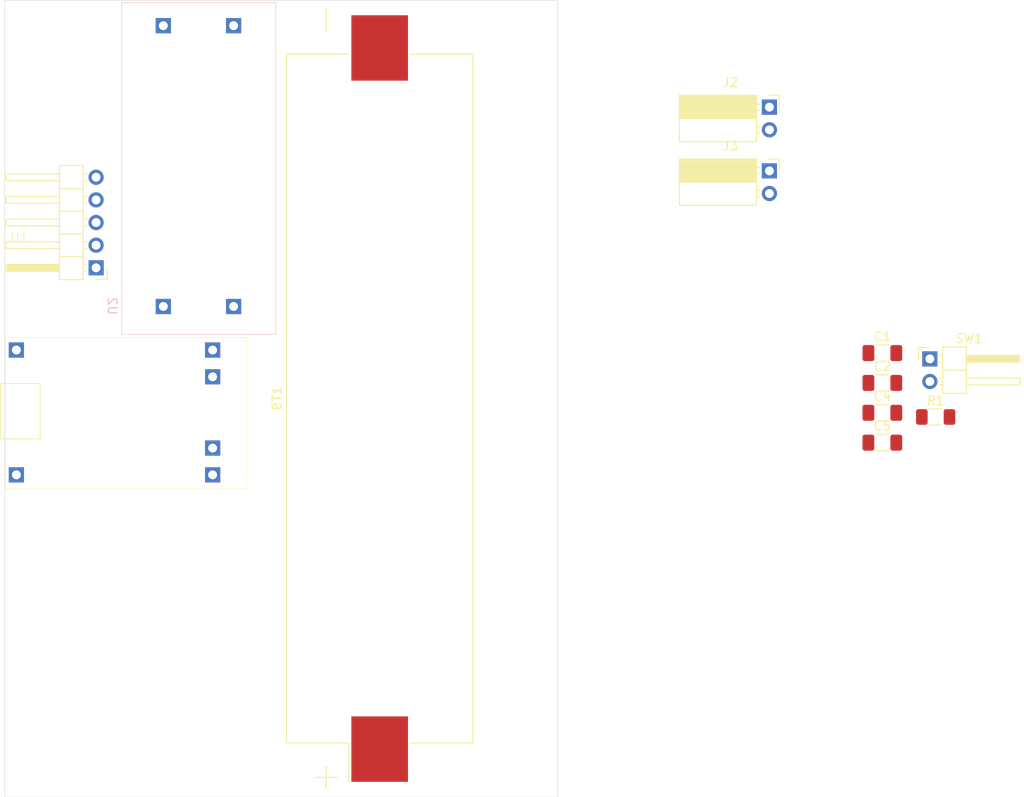
<source format=kicad_pcb>
(kicad_pcb (version 20240108) (generator "pcbnew") (generator_version "8.0")
  (layers (0 "F.Cu" signal) (31 "B.Cu" signal) (34 "B.Paste" user) (35 "F.Paste" user) (36 "B.SilkS" user "B.Silkscreen") (37 "F.SilkS" user "F.Silkscreen") (38 "B.Mask" user) (39 "F.Mask" user) (44 "Edge.Cuts" user))
  (net 0 "")
  (net 1 "GND")
  (net 2 "+BATT")
  (net 3 "+5V")
  (net 4 "+3.3V")
  (net 5 "VBUS")
  (net 6 "Net-(SW1-B)")
  (net 7 "Net-(SW1-A)")
  (footprint "Capacitor_SMD:C_1206_3216Metric_Pad1.33x1.80mm_HandSolder" (layer "F.Cu") (at 143.4375 102.38)
    (property "Reference" "C4" (at 0 -1.85 0) (layer "F.SilkS"))
    (property "Value" "100n")
    (fp_line (start -0.711252 -0.91) (end 0.711252 -0.91) (stroke (width 0.12)) (layer "F.SilkS"))
    (fp_line (start -0.711252 0.91) (end 0.711252 0.91) (stroke (width 0.12)) (layer "F.SilkS"))
    (pad "1" smd roundrect (at -1.5625 0) (size 1.325 1.8) (layers "F.Cu" "F.Paste" "F.Mask") (roundrect_rratio 0.188679) (net 4 "+3.3V"))
    (pad "2" smd roundrect (at 1.5625 0) (size 1.325 1.8) (layers "F.Cu" "F.Paste" "F.Mask") (roundrect_rratio 0.188679) (net 1 "GND"))
  )
  (footprint "MountingHole:MountingHole_3.2mm_M3" (layer "F.Cu") (at 50.125 135.965)
    (property "Reference" "H3" (hide yes))
    (property "Value" "MountingHole" (hide yes))
    (pad "" np_thru_hole circle (at 0 0) (size 3.2 3.2) (drill 3.2) (layers "F&B.Cu" "*.Mask"))
  )
  (footprint "MountingHole:MountingHole_3.2mm_M3" (layer "F.Cu") (at 102.125 64.965)
    (property "Reference" "H2" (hide yes))
    (property "Value" "MountingHole" (hide yes))
    (pad "" np_thru_hole circle (at 0 0) (size 3.2 3.2) (drill 3.2) (layers "F&B.Cu" "*.Mask"))
  )
  (footprint "MountingHole:MountingHole_3.2mm_M3" (layer "F.Cu") (at 50.125 64.965)
    (property "Reference" "H1" (hide yes))
    (property "Value" "MountingHole" (hide yes))
    (pad "" np_thru_hole circle (at 0 0) (size 3.2 3.2) (drill 3.2) (layers "F&B.Cu" "*.Mask"))
  )
  (footprint "Battery:BatteryHolder_Keystone_1042_1x18650" (layer "F.Cu") (at 87.08 100.78 90)
    (property "Reference" "BT1" (at 0 -11.5 270) (layer "F.SilkS"))
    (property "Value" "Battery_Cell")
    (fp_line (start 38.64 -10.44) (end -38.64 -10.44) (stroke (width 0.12)) (layer "F.SilkS"))
    (fp_line (start -38.64 -10.44) (end -38.64 -3.44) (stroke (width 0.12)) (layer "F.SilkS"))
    (fp_line (start 43.75 -6) (end 41.25 -6) (stroke (width 0.12)) (layer "F.SilkS"))
    (fp_line (start -43.75 -6) (end -41.25 -6) (stroke (width 0.12)) (layer "F.SilkS"))
    (fp_line (start -42.5 -4.75) (end -42.5 -7.25) (stroke (width 0.12)) (layer "F.SilkS"))
    (fp_line (start 38.64 -3.44) (end 38.64 -10.42) (stroke (width 0.12)) (layer "F.SilkS"))
    (fp_line (start -38.64 -3.44) (end -43 -3.44) (stroke (width 0.12)) (layer "F.SilkS"))
    (fp_line (start 38.64 3.44) (end 38.64 10.44) (stroke (width 0.12)) (layer "F.SilkS"))
    (fp_line (start 38.64 10.44) (end -38.64 10.44) (stroke (width 0.12)) (layer "F.SilkS"))
    (fp_line (start -38.64 10.44) (end -38.64 3.44) (stroke (width 0.12)) (layer "F.SilkS"))
    (pad "" np_thru_hole circle (at -35.93 -8 90) (size 2.39 2.39) (drill 2.39) (layers "*.Cu" "*.Mask"))
    (pad "" np_thru_hole circle (at -27.6 8 90) (size 3.45 3.45) (drill 3.45) (layers "*.Cu" "*.Mask"))
    (pad "" np_thru_hole circle (at 27.6 -8 90) (size 3.45 3.45) (drill 3.45) (layers "*.Cu" "*.Mask"))
    (pad "1" smd rect (at -39.33 0 90) (size 7.34 6.35) (layers "F.Cu" "F.Paste" "F.Mask") (net 2 "+BATT"))
    (pad "2" smd rect (at 39.33 0 90) (size 7.34 6.35) (layers "F.Cu" "F.Paste" "F.Mask") (net 1 "GND"))
  )
  (footprint "Capacitor_SMD:C_1206_3216Metric_Pad1.33x1.80mm_HandSolder" (layer "F.Cu") (at 143.4375 105.73)
    (property "Reference" "C5" (at 0 -1.85 0) (layer "F.SilkS"))
    (property "Value" "22u")
    (fp_line (start -0.711252 -0.91) (end 0.711252 -0.91) (stroke (width 0.12)) (layer "F.SilkS"))
    (fp_line (start -0.711252 0.91) (end 0.711252 0.91) (stroke (width 0.12)) (layer "F.SilkS"))
    (pad "1" smd roundrect (at -1.5625 0) (size 1.325 1.8) (layers "F.Cu" "F.Paste" "F.Mask") (roundrect_rratio 0.188679) (net 4 "+3.3V"))
    (pad "2" smd roundrect (at 1.5625 0) (size 1.325 1.8) (layers "F.Cu" "F.Paste" "F.Mask") (roundrect_rratio 0.188679) (net 1 "GND"))
  )
  (footprint "MountingHole:MountingHole_3.2mm_M3" (layer "F.Cu") (at 102.125 135.965)
    (property "Reference" "H4" (hide yes))
    (property "Value" "MountingHole" (hide yes))
    (pad "" np_thru_hole circle (at 0 0) (size 3.2 3.2) (drill 3.2) (layers "F&B.Cu" "*.Mask"))
  )
  (footprint "Capacitor_SMD:C_1206_3216Metric_Pad1.33x1.80mm_HandSolder" (layer "F.Cu") (at 143.4375 99.03)
    (property "Reference" "C2" (at 0 -1.85 0) (layer "F.SilkS"))
    (property "Value" "22u")
    (fp_line (start -0.711252 -0.91) (end 0.711252 -0.91) (stroke (width 0.12)) (layer "F.SilkS"))
    (fp_line (start -0.711252 0.91) (end 0.711252 0.91) (stroke (width 0.12)) (layer "F.SilkS"))
    (pad "1" smd roundrect (at -1.5625 0) (size 1.325 1.8) (layers "F.Cu" "F.Paste" "F.Mask") (roundrect_rratio 0.188679) (net 3 "+5V"))
    (pad "2" smd roundrect (at 1.5625 0) (size 1.325 1.8) (layers "F.Cu" "F.Paste" "F.Mask") (roundrect_rratio 0.188679) (net 1 "GND"))
  )
  (footprint "Connector_PinSocket_2.54mm:PinSocket_1x02_P2.54mm_Horizontal" (layer "F.Cu") (at 130.78 68.09)
    (property "Reference" "J2" (at -4.38 -2.77 0) (layer "F.SilkS"))
    (property "Value" "EXT_USB")
    (fp_line (start -10.09 -1.33) (end -10.09 3.87) (stroke (width 0.12)) (layer "F.SilkS"))
    (fp_line (start -10.09 -1.33) (end -1.46 -1.33) (stroke (width 0.12)) (layer "F.SilkS"))
    (fp_line (start -10.09 -1.21) (end -1.46 -1.21) (stroke (width 0.12)) (layer "F.SilkS"))
    (fp_line (start -10.09 -1.091905) (end -1.46 -1.091905) (stroke (width 0.12)) (layer "F.SilkS"))
    (fp_line (start -10.09 -0.97381) (end -1.46 -0.97381) (stroke (width 0.12)) (layer "F.SilkS"))
    (fp_line (start -10.09 -0.855715) (end -1.46 -0.855715) (stroke (width 0.12)) (layer "F.SilkS"))
    (fp_line (start -10.09 -0.73762) (end -1.46 -0.73762) (stroke (width 0.12)) (layer "F.SilkS"))
    (fp_line (start -10.09 -0.619525) (end -1.46 -0.619525) (stroke (width 0.12)) (layer "F.SilkS"))
    (fp_line (start -10.09 -0.50143) (end -1.46 -0.50143) (stroke (width 0.12)) (layer "F.SilkS"))
    (fp_line (start -10.09 -0.383335) (end -1.46 -0.383335) (stroke (width 0.12)) (layer "F.SilkS"))
    (fp_line (start -10.09 -0.26524) (end -1.46 -0.26524) (stroke (width 0.12)) (layer "F.SilkS"))
    (fp_line (start -10.09 -0.147145) (end -1.46 -0.147145) (stroke (width 0.12)) (layer "F.SilkS"))
    (fp_line (start -10.09 -0.02905) (end -1.46 -0.02905) (stroke (width 0.12)) (layer "F.SilkS"))
    (fp_line (start -10.09 0.089045) (end -1.46 0.089045) (stroke (width 0.12)) (layer "F.SilkS"))
    (fp_line (start -10.09 0.20714) (end -1.46 0.20714) (stroke (width 0.12)) (layer "F.SilkS"))
    (fp_line (start -10.09 0.325235) (end -1.46 0.325235) (stroke (width 0.12)) (layer "F.SilkS"))
    (fp_line (start -10.09 0.44333) (end -1.46 0.44333) (stroke (width 0.12)) (layer "F.SilkS"))
    (fp_line (start -10.09 0.561425) (end -1.46 0.561425) (stroke (width 0.12)) (layer "F.SilkS"))
    (fp_line (start -10.09 0.67952) (end -1.46 0.67952) (stroke (width 0.12)) (layer "F.SilkS"))
    (fp_line (start -10.09 0.797615) (end -1.46 0.797615) (stroke (width 0.12)) (layer "F.SilkS"))
    (fp_line (start -10.09 0.91571) (end -1.46 0.91571) (stroke (width 0.12)) (layer "F.SilkS"))
    (fp_line (start -10.09 1.033805) (end -1.46 1.033805) (stroke (width 0.12)) (layer "F.SilkS"))
    (fp_line (start -10.09 1.1519) (end -1.46 1.1519) (stroke (width 0.12)) (layer "F.SilkS"))
    (fp_line (start -10.09 1.27) (end -1.46 1.27) (stroke (width 0.12)) (layer "F.SilkS"))
    (fp_line (start -10.09 3.87) (end -1.46 3.87) (stroke (width 0.12)) (layer "F.SilkS"))
    (fp_line (start -1.46 -1.33) (end -1.46 3.87) (stroke (width 0.12)) (layer "F.SilkS"))
    (fp_line (start -1.46 -0.36) (end -1.11 -0.36) (stroke (width 0.12)) (layer "F.SilkS"))
    (fp_line (start -1.46 0.36) (end -1.11 0.36) (stroke (width 0.12)) (layer "F.SilkS"))
    (fp_line (start -1.46 2.18) (end -1.05 2.18) (stroke (width 0.12)) (layer "F.SilkS"))
    (fp_line (start -1.46 2.9) (end -1.05 2.9) (stroke (width 0.12)) (layer "F.SilkS"))
    (fp_line (start 0 -1.33) (end 1.11 -1.33) (stroke (width 0.12)) (layer "F.SilkS"))
    (fp_line (start 1.11 -1.33) (end 1.11 0) (stroke (width 0.12)) (layer "F.SilkS"))
    (pad "1" thru_hole rect (at 0 0) (size 1.7 1.7) (drill 1) (layers "*.Cu" "*.Mask") (net 1 "GND"))
    (pad "2" thru_hole oval (at 0 2.54) (size 1.7 1.7) (drill 1) (layers "*.Cu" "*.Mask") (net 5 "VBUS"))
  )
  (footprint "Connector_PinHeader_2.54mm:PinHeader_1x02_P2.54mm_Horizontal" (layer "F.Cu") (at 148.7675 96.33)
    (property "Reference" "SW1" (at 4.385 -2.27 0) (layer "F.SilkS"))
    (property "Value" "SW_SPST")
    (fp_line (start -1.27 -1.27) (end 0 -1.27) (stroke (width 0.12)) (layer "F.SilkS"))
    (fp_line (start -1.27 0) (end -1.27 -1.27) (stroke (width 0.12)) (layer "F.SilkS"))
    (fp_line (start 1.042929 2.16) (end 1.44 2.16) (stroke (width 0.12)) (layer "F.SilkS"))
    (fp_line (start 1.042929 2.92) (end 1.44 2.92) (stroke (width 0.12)) (layer "F.SilkS"))
    (fp_line (start 1.11 -0.38) (end 1.44 -0.38) (stroke (width 0.12)) (layer "F.SilkS"))
    (fp_line (start 1.11 0.38) (end 1.44 0.38) (stroke (width 0.12)) (layer "F.SilkS"))
    (fp_line (start 1.44 -1.33) (end 1.44 3.87) (stroke (width 0.12)) (layer "F.SilkS"))
    (fp_line (start 1.44 1.27) (end 4.1 1.27) (stroke (width 0.12)) (layer "F.SilkS"))
    (fp_line (start 1.44 3.87) (end 4.1 3.87) (stroke (width 0.12)) (layer "F.SilkS"))
    (fp_line (start 4.1 -1.33) (end 1.44 -1.33) (stroke (width 0.12)) (layer "F.SilkS"))
    (fp_line (start 4.1 -0.38) (end 10.1 -0.38) (stroke (width 0.12)) (layer "F.SilkS"))
    (fp_line (start 4.1 -0.32) (end 10.1 -0.32) (stroke (width 0.12)) (layer "F.SilkS"))
    (fp_line (start 4.1 -0.2) (end 10.1 -0.2) (stroke (width 0.12)) (layer "F.SilkS"))
    (fp_line (start 4.1 -0.08) (end 10.1 -0.08) (stroke (width 0.12)) (layer "F.SilkS"))
    (fp_line (start 4.1 0.04) (end 10.1 0.04) (stroke (width 0.12)) (layer "F.SilkS"))
    (fp_line (start 4.1 0.16) (end 10.1 0.16) (stroke (width 0.12)) (layer "F.SilkS"))
    (fp_line (start 4.1 0.28) (end 10.1 0.28) (stroke (width 0.12)) (layer "F.SilkS"))
    (fp_line (start 4.1 2.16) (end 10.1 2.16) (stroke (width 0.12)) (layer "F.SilkS"))
    (fp_line (start 4.1 3.87) (end 4.1 -1.33) (stroke (width 0.12)) (layer "F.SilkS"))
    (fp_line (start 10.1 -0.38) (end 10.1 0.38) (stroke (width 0.12)) (layer "F.SilkS"))
    (fp_line (start 10.1 0.38) (end 4.1 0.38) (stroke (width 0.12)) (layer "F.SilkS"))
    (fp_line (start 10.1 2.16) (end 10.1 2.92) (stroke (width 0.12)) (layer "F.SilkS"))
    (fp_line (start 10.1 2.92) (end 4.1 2.92) (stroke (width 0.12)) (layer "F.SilkS"))
    (pad "1" thru_hole rect (at 0 0) (size 1.7 1.7) (drill 1) (layers "*.Cu" "*.Mask") (net 7 "Net-(SW1-A)"))
    (pad "2" thru_hole oval (at 0 2.54) (size 1.7 1.7) (drill 1) (layers "*.Cu" "*.Mask") (net 6 "Net-(SW1-B)"))
  )
  (footprint "Connector_PinHeader_2.54mm:PinHeader_1x05_P2.54mm_Horizontal" (layer "F.Cu") (at 55.285 86.115 180)
    (property "Reference" "J1" (hide yes))
    (property "Value" "POWER IN")
    (fp_line (start 10.1 10.54) (end 4.1 10.54) (stroke (width 0.12)) (layer "F.SilkS"))
    (fp_line (start 10.1 9.78) (end 10.1 10.54) (stroke (width 0.12)) (layer "F.SilkS"))
    (fp_line (start 10.1 8) (end 4.1 8) (stroke (width 0.12)) (layer "F.SilkS"))
    (fp_line (start 10.1 7.24) (end 10.1 8) (stroke (width 0.12)) (layer "F.SilkS"))
    (fp_line (start 10.1 5.46) (end 4.1 5.46) (stroke (width 0.12)) (layer "F.SilkS"))
    (fp_line (start 10.1 4.7) (end 10.1 5.46) (stroke (width 0.12)) (layer "F.SilkS"))
    (fp_line (start 10.1 2.92) (end 4.1 2.92) (stroke (width 0.12)) (layer "F.SilkS"))
    (fp_line (start 10.1 2.16) (end 10.1 2.92) (stroke (width 0.12)) (layer "F.SilkS"))
    (fp_line (start 10.1 0.38) (end 4.1 0.38) (stroke (width 0.12)) (layer "F.SilkS"))
    (fp_line (start 10.1 -0.38) (end 10.1 0.38) (stroke (width 0.12)) (layer "F.SilkS"))
    (fp_line (start 4.1 11.49) (end 4.1 -1.33) (stroke (width 0.12)) (layer "F.SilkS"))
    (fp_line (start 4.1 9.78) (end 10.1 9.78) (stroke (width 0.12)) (layer "F.SilkS"))
    (fp_line (start 4.1 7.24) (end 10.1 7.24) (stroke (width 0.12)) (layer "F.SilkS"))
    (fp_line (start 4.1 4.7) (end 10.1 4.7) (stroke (width 0.12)) (layer "F.SilkS"))
    (fp_line (start 4.1 2.16) (end 10.1 2.16) (stroke (width 0.12)) (layer "F.SilkS"))
    (fp_line (start 4.1 0.28) (end 10.1 0.28) (stroke (width 0.12)) (layer "F.SilkS"))
    (fp_line (start 4.1 0.16) (end 10.1 0.16) (stroke (width 0.12)) (layer "F.SilkS"))
    (fp_line (start 4.1 0.04) (end 10.1 0.04) (stroke (width 0.12)) (layer "F.SilkS"))
    (fp_line (start 4.1 -0.08) (end 10.1 -0.08) (stroke (width 0.12)) (layer "F.SilkS"))
    (fp_line (start 4.1 -0.2) (end 10.1 -0.2) (stroke (width 0.12)) (layer "F.SilkS"))
    (fp_line (start 4.1 -0.32) (end 10.1 -0.32) (stroke (width 0.12)) (layer "F.SilkS"))
    (fp_line (start 4.1 -0.38) (end 10.1 -0.38) (stroke (width 0.12)) (layer "F.SilkS"))
    (fp_line (start 4.1 -1.33) (end 1.44 -1.33) (stroke (width 0.12)) (layer "F.SilkS"))
    (fp_line (start 1.44 11.49) (end 4.1 11.49) (stroke (width 0.12)) (layer "F.SilkS"))
    (fp_line (start 1.44 8.89) (end 4.1 8.89) (stroke (width 0.12)) (layer "F.SilkS"))
    (fp_line (start 1.44 6.35) (end 4.1 6.35) (stroke (width 0.12)) (layer "F.SilkS"))
    (fp_line (start 1.44 3.81) (end 4.1 3.81) (stroke (width 0.12)) (layer "F.SilkS"))
    (fp_line (start 1.44 1.27) (end 4.1 1.27) (stroke (width 0.12)) (layer "F.SilkS"))
    (fp_line (start 1.44 -1.33) (end 1.44 11.49) (stroke (width 0.12)) (layer "F.SilkS"))
    (fp_line (start 1.11 0.38) (end 1.44 0.38) (stroke (width 0.12)) (layer "F.SilkS"))
    (fp_line (start 1.11 -0.38) (end 1.44 -0.38) (stroke (width 0.12)) (layer "F.SilkS"))
    (fp_line (start 1.042929 10.54) (end 1.44 10.54) (stroke (width 0.12)) (layer "F.SilkS"))
    (fp_line (start 1.042929 9.78) (end 1.44 9.78) (stroke (width 0.12)) (layer "F.SilkS"))
    (fp_line (start 1.042929 8) (end 1.44 8) (stroke (width 0.12)) (layer "F.SilkS"))
    (fp_line (start 1.042929 7.24) (end 1.44 7.24) (stroke (width 0.12)) (layer "F.SilkS"))
    (fp_line (start 1.042929 5.46) (end 1.44 5.46) (stroke (width 0.12)) (layer "F.SilkS"))
    (fp_line (start 1.042929 4.7) (end 1.44 4.7) (stroke (width 0.12)) (layer "F.SilkS"))
    (fp_line (start 1.042929 2.92) (end 1.44 2.92) (stroke (width 0.12)) (layer "F.SilkS"))
    (fp_line (start 1.042929 2.16) (end 1.44 2.16) (stroke (width 0.12)) (layer "F.SilkS"))
    (fp_line (start -1.27 0) (end -1.27 -1.27) (stroke (width 0.12)) (layer "F.SilkS"))
    (fp_line (start -1.27 -1.27) (end 0 -1.27) (stroke (width 0.12)) (layer "F.SilkS"))
    (pad "1" thru_hole rect (at 0 0 180) (size 1.7 1.7) (drill 1) (layers "*.Cu" "*.Mask") (net 5 "VBUS"))
    (pad "2" thru_hole oval (at 0 2.54 180) (size 1.7 1.7) (drill 1) (layers "*.Cu" "*.Mask") (net 4 "+3.3V"))
    (pad "3" thru_hole oval (at 0 5.08 180) (size 1.7 1.7) (drill 1) (layers "*.Cu" "*.Mask") (net 3 "+5V"))
    (pad "4" thru_hole oval (at 0 7.62 180) (size 1.7 1.7) (drill 1) (layers "*.Cu" "*.Mask") (net 1 "GND"))
    (pad "5" thru_hole oval (at 0 10.16 180) (size 1.7 1.7) (drill 1) (layers "*.Cu" "*.Mask") (net 2 "+BATT"))
  )
  (footprint "Connector_PinSocket_2.54mm:PinSocket_1x02_P2.54mm_Horizontal" (layer "F.Cu") (at 130.78 75.24)
    (property "Reference" "J3" (at -4.38 -2.77 0) (layer "F.SilkS"))
    (property "Value" "EXT_BAT")
    (fp_line (start -10.09 -1.33) (end -10.09 3.87) (stroke (width 0.12)) (layer "F.SilkS"))
    (fp_line (start -10.09 -1.33) (end -1.46 -1.33) (stroke (width 0.12)) (layer "F.SilkS"))
    (fp_line (start -10.09 -1.21) (end -1.46 -1.21) (stroke (width 0.12)) (layer "F.SilkS"))
    (fp_line (start -10.09 -1.091905) (end -1.46 -1.091905) (stroke (width 0.12)) (layer "F.SilkS"))
    (fp_line (start -10.09 -0.97381) (end -1.46 -0.97381) (stroke (width 0.12)) (layer "F.SilkS"))
    (fp_line (start -10.09 -0.855715) (end -1.46 -0.855715) (stroke (width 0.12)) (layer "F.SilkS"))
    (fp_line (start -10.09 -0.73762) (end -1.46 -0.73762) (stroke (width 0.12)) (layer "F.SilkS"))
    (fp_line (start -10.09 -0.619525) (end -1.46 -0.619525) (stroke (width 0.12)) (layer "F.SilkS"))
    (fp_line (start -10.09 -0.50143) (end -1.46 -0.50143) (stroke (width 0.12)) (layer "F.SilkS"))
    (fp_line (start -10.09 -0.383335) (end -1.46 -0.383335) (stroke (width 0.12)) (layer "F.SilkS"))
    (fp_line (start -10.09 -0.26524) (end -1.46 -0.26524) (stroke (width 0.12)) (layer "F.SilkS"))
    (fp_line (start -10.09 -0.147145) (end -1.46 -0.147145) (stroke (width 0.12)) (layer "F.SilkS"))
    (fp_line (start -10.09 -0.02905) (end -1.46 -0.02905) (stroke (width 0.12)) (layer "F.SilkS"))
    (fp_line (start -10.09 0.089045) (end -1.46 0.089045) (stroke (width 0.12)) (layer "F.SilkS"))
    (fp_line (start -10.09 0.20714) (end -1.46 0.20714) (stroke (width 0.12)) (layer "F.SilkS"))
    (fp_line (start -10.09 0.325235) (end -1.46 0.325235) (stroke (width 0.12)) (layer "F.SilkS"))
    (fp_line (start -10.09 0.44333) (end -1.46 0.44333) (stroke (width 0.12)) (layer "F.SilkS"))
    (fp_line (start -10.09 0.561425) (end -1.46 0.561425) (stroke (width 0.12)) (layer "F.SilkS"))
    (fp_line (start -10.09 0.67952) (end -1.46 0.67952) (stroke (width 0.12)) (layer "F.SilkS"))
    (fp_line (start -10.09 0.797615) (end -1.46 0.797615) (stroke (width 0.12)) (layer "F.SilkS"))
    (fp_line (start -10.09 0.91571) (end -1.46 0.91571) (stroke (width 0.12)) (layer "F.SilkS"))
    (fp_line (start -10.09 1.033805) (end -1.46 1.033805) (stroke (width 0.12)) (layer "F.SilkS"))
    (fp_line (start -10.09 1.1519) (end -1.46 1.1519) (stroke (width 0.12)) (layer "F.SilkS"))
    (fp_line (start -10.09 1.27) (end -1.46 1.27) (stroke (width 0.12)) (layer "F.SilkS"))
    (fp_line (start -10.09 3.87) (end -1.46 3.87) (stroke (width 0.12)) (layer "F.SilkS"))
    (fp_line (start -1.46 -1.33) (end -1.46 3.87) (stroke (width 0.12)) (layer "F.SilkS"))
    (fp_line (start -1.46 -0.36) (end -1.11 -0.36) (stroke (width 0.12)) (layer "F.SilkS"))
    (fp_line (start -1.46 0.36) (end -1.11 0.36) (stroke (width 0.12)) (layer "F.SilkS"))
    (fp_line (start -1.46 2.18) (end -1.05 2.18) (stroke (width 0.12)) (layer "F.SilkS"))
    (fp_line (start -1.46 2.9) (end -1.05 2.9) (stroke (width 0.12)) (layer "F.SilkS"))
    (fp_line (start 0 -1.33) (end 1.11 -1.33) (stroke (width 0.12)) (layer "F.SilkS"))
    (fp_line (start 1.11 -1.33) (end 1.11 0) (stroke (width 0.12)) (layer "F.SilkS"))
    (pad "1" thru_hole rect (at 0 0) (size 1.7 1.7) (drill 1) (layers "*.Cu" "*.Mask") (net 1 "GND"))
    (pad "2" thru_hole oval (at 0 2.54) (size 1.7 1.7) (drill 1) (layers "*.Cu" "*.Mask") (net 2 "+BATT"))
  )
  (footprint "Capacitor_SMD:C_1206_3216Metric_Pad1.33x1.80mm_HandSolder" (layer "F.Cu") (at 143.4375 95.68)
    (property "Reference" "C1" (at 0 -1.85 0) (layer "F.SilkS"))
    (property "Value" "100n")
    (fp_line (start -0.711252 -0.91) (end 0.711252 -0.91) (stroke (width 0.12)) (layer "F.SilkS"))
    (fp_line (start -0.711252 0.91) (end 0.711252 0.91) (stroke (width 0.12)) (layer "F.SilkS"))
    (pad "1" smd roundrect (at -1.5625 0) (size 1.325 1.8) (layers "F.Cu" "F.Paste" "F.Mask") (roundrect_rratio 0.188679) (net 3 "+5V"))
    (pad "2" smd roundrect (at 1.5625 0) (size 1.325 1.8) (layers "F.Cu" "F.Paste" "F.Mask") (roundrect_rratio 0.188679) (net 1 "GND"))
  )
  (footprint "0a_pow:TP4056_module_typeC" (layer "F.Cu") (at 46.3525 95.34)
    (property "Reference" "U1" (at 0.31 -12.61 0) (layer "F.SilkS") (effects (font (thickness 0.1))))
    (property "Value" "Battery charger module")
    (fp_rect (start -1.79 3.76) (end 2.67 9.97) (stroke (width 0.1)) (fill none) (layer "F.SilkS"))
    (fp_rect (start -1.21 -1.41) (end 25.79 15.59) (stroke (width 0.05)) (fill none) (layer "F.SilkS"))
    (pad "1" thru_hole rect (at 0 0) (size 1.7 1.7) (drill 1) (layers "*.Cu" "*.Mask") (net 5 "VBUS"))
    (pad "2" thru_hole rect (at 0 14) (size 1.7 1.7) (drill 1) (layers "*.Cu" "*.Mask") (net 1 "GND"))
    (pad "3" thru_hole rect (at 22 0) (size 1.7 1.7) (drill 1) (layers "*.Cu" "*.Mask") (net 7 "Net-(SW1-A)"))
    (pad "4" thru_hole rect (at 22 14) (size 1.7 1.7) (drill 1) (layers "*.Cu" "*.Mask") (net 1 "GND"))
    (pad "5" thru_hole rect (at 22 3) (size 1.7 1.7) (drill 1) (layers "*.Cu" "*.Mask") (net 2 "+BATT"))
    (pad "6" thru_hole rect (at 22 11) (size 1.7 1.7) (drill 1) (layers "*.Cu" "*.Mask") (net 1 "GND"))
  )
  (footprint "Resistor_SMD:R_1206_3216Metric_Pad1.30x1.75mm_HandSolder" (layer "F.Cu") (at 149.4175 102.85)
    (property "Reference" "R1" (at 0 -1.82 0) (layer "F.SilkS"))
    (property "Value" "0R")
    (fp_line (start -0.727064 -0.91) (end 0.727064 -0.91) (stroke (width 0.12)) (layer "F.SilkS"))
    (fp_line (start -0.727064 0.91) (end 0.727064 0.91) (stroke (width 0.12)) (layer "F.SilkS"))
    (pad "1" smd roundrect (at -1.55 0) (size 1.3 1.75) (layers "F.Cu" "F.Paste" "F.Mask") (roundrect_rratio 0.192308) (net 1 "GND"))
    (pad "2" smd roundrect (at 1.55 0) (size 1.3 1.75) (layers "F.Cu" "F.Paste" "F.Mask") (roundrect_rratio 0.192308) (net 1 "GND"))
  )
  (footprint "0a_pow:MT3608_step-up_DC-DC" (layer "B.Cu") (at 70.7 90.45 90)
    (property "Reference" "U2" (at 0.04 -13.59 -90) (layer "B.SilkS") (effects (font (thickness 0.1)) (justify mirror)))
    (property "Value" "Step-up DC-DC")
    (fp_rect (start 34.0755 -12.532) (end -3.1355 4.74) (stroke (width 0.05)) (fill none) (layer "B.SilkS"))
    (pad "1" thru_hole rect (at 0 -7.87417 90) (size 1.7 1.7) (drill 1) (layers "*.Cu" "*.Mask") (net 6 "Net-(SW1-B)"))
    (pad "2" thru_hole rect (at 0 0 90) (size 1.7 1.7) (drill 1) (layers "*.Cu" "*.Mask") (net 1 "GND"))
    (pad "3" thru_hole rect (at 31.5 0 90) (size 1.7 1.7) (drill 1) (layers "*.Cu" "*.Mask") (net 3 "+5V"))
    (pad "4" thru_hole rect (at 31.5 -7.87417 90) (size 1.7 1.7) (drill 1) (layers "*.Cu" "*.Mask") (net 1 "GND"))
  )
  (gr_rect (start 45.04 56.095) (end 107.04 145.485) (stroke (width 0.05)) (fill none) (layer "Edge.Cuts"))
)
</source>
